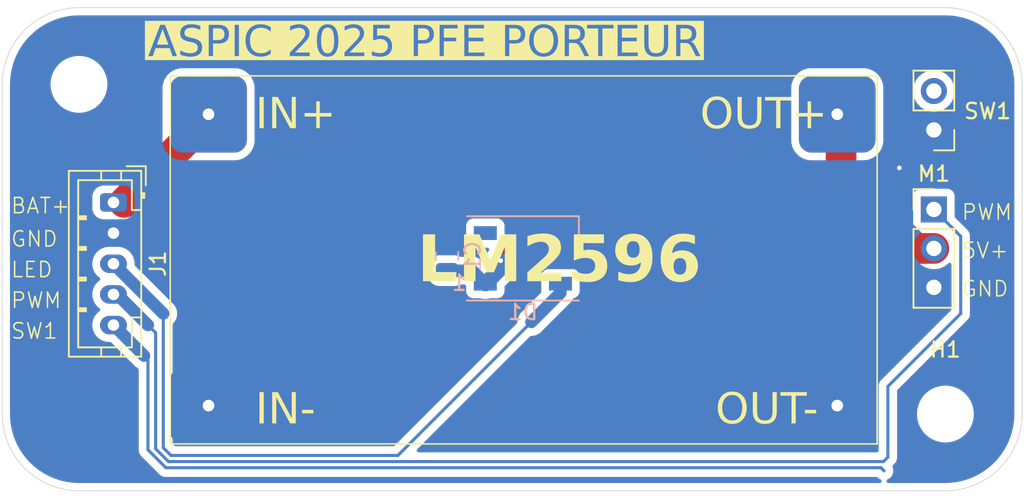
<source format=kicad_pcb>
(kicad_pcb (version 20240108) (generator "pcbnew") (generator_version "8.0")
  (layers (0 "F.Cu" signal) (31 "B.Cu" signal) (34 "B.Paste" user) (35 "F.Paste" user) (36 "B.SilkS" user "B.Silkscreen") (37 "F.SilkS" user "F.Silkscreen") (38 "B.Mask" user) (39 "F.Mask" user) (44 "Edge.Cuts" user))
  (net 0 "")
  (net 1 "BAT+")
  (net 2 "PWM")
  (net 3 "LED")
  (net 4 "5V+")
  (net 6 "SW1")
  (net 7 "BUTTON")
  (net 8 "GND")
  (footprint "MountingHole:MountingHole_3.2mm_M3" (layer "F.Cu") (at 87.5 63)
    (property "Reference" "H2" (hide yes))
    (property "Value" "MountingHole")
    (pad "" np_thru_hole circle (at 0 0) (size 3.2 3.2) (drill 3.2) (layers "*.Cu" "*.Mask"))
  )
  (footprint "Connector_PinHeader_2.54mm:PinHeader_1x03_P2.54mm_Vertical" (layer "F.Cu") (at 143.25 71.16)
    (property "Reference" "M1" (at 0 -2.33 360) (layer "F.SilkS"))
    (property "Value" "Motor_Servo")
    (fp_line (start -1.33 -1.33) (end 0 -1.33) (stroke (width 0.12)) (layer "F.SilkS"))
    (fp_line (start -1.33 0) (end -1.33 -1.33) (stroke (width 0.12)) (layer "F.SilkS"))
    (fp_line (start -1.33 1.27) (end -1.33 6.41) (stroke (width 0.12)) (layer "F.SilkS"))
    (fp_line (start -1.33 1.27) (end 1.33 1.27) (stroke (width 0.12)) (layer "F.SilkS"))
    (fp_line (start -1.33 6.41) (end 1.33 6.41) (stroke (width 0.12)) (layer "F.SilkS"))
    (fp_line (start 1.33 1.27) (end 1.33 6.41) (stroke (width 0.12)) (layer "F.SilkS"))
    (pad "1" thru_hole rect (at 0 0) (size 1.7 1.7) (drill 1) (layers "*.Cu" "*.Mask") (net 2 "PWM"))
    (pad "2" thru_hole oval (at 0 2.54) (size 1.7 1.7) (drill 1) (layers "*.Cu" "*.Mask") (net 4 "5V+"))
    (pad "3" thru_hole oval (at 0 5.08) (size 1.7 1.7) (drill 1) (layers "*.Cu" "*.Mask") (net 8 "GND"))
  )
  (footprint "LM2596_DCDC:LM2596_DC_DC_MODULE" (layer "F.Cu") (at 94.95 63.95)
    (property "Reference" "DC1" (hide yes))
    (property "Value" "~")
    (fp_rect (start -1.5 -1.5) (end 44.6 22.5) (stroke (width 0.1)) (fill none) (layer "F.SilkS"))
    (fp_text user "IN+" (at 4.05 2.25 0) (layer "F.SilkS") (effects (font (size 2 2) (thickness 0.1)) (justify left bottom)))
    (fp_text user "IN-" (at 4.05 21.5 0) (layer "F.SilkS") (effects (font (size 2 2) (thickness 0.1)) (justify left bottom)))
    (fp_text user "LM2596" (at 14.6 12.4 0) (layer "F.SilkS") (effects (font (size 3 3) (thickness 0.2) (bold yes)) (justify left bottom)))
    (fp_text user "OUT-" (at 34.05 21.5 0) (layer "F.SilkS") (effects (font (size 2 2) (thickness 0.1)) (justify left bottom)))
    (fp_text user "OUT+" (at 33.05 2.25 0) (layer "F.SilkS") (effects (font (size 2 2) (thickness 0.1)) (justify left bottom)))
    (pad "0" thru_hole roundrect (at 1 1) (size 5 5) (drill oval 0.762) (layers "*.Cu" "*.Mask") (roundrect_rratio 0.1640419948) (net 1 "BAT+"))
    (pad "1" thru_hole roundrect (at 1 20) (size 5 5) (drill oval 0.762) (layers "*.Cu" "*.Mask") (roundrect_rratio 0.1640419948) (net 8 "GND"))
    (pad "2" thru_hole roundrect (at 42 1) (size 5 5) (drill oval 0.762) (layers "*.Cu" "*.Mask") (roundrect_rratio 0.1640419948) (net 4 "5V+"))
    (pad "3" thru_hole roundrect (at 42 20) (size 5 5) (drill oval 0.762) (layers "*.Cu" "*.Mask") (roundrect_rratio 0.1640419948) (net 8 "GND"))
  )
  (footprint "Connector_PinHeader_2.54mm:PinHeader_1x02_P2.54mm_Vertical" (layer "F.Cu") (at 143.25 65.975 180)
    (property "Reference" "SW1" (at -3.5 1.225 180) (layer "F.SilkS"))
    (property "Value" "SW_Push")
    (fp_line (start 1.33 1.27) (end 1.33 3.87) (stroke (width 0.12)) (layer "F.SilkS"))
    (fp_line (start -1.33 3.87) (end 1.33 3.87) (stroke (width 0.12)) (layer "F.SilkS"))
    (fp_line (start -1.33 1.27) (end 1.33 1.27) (stroke (width 0.12)) (layer "F.SilkS"))
    (fp_line (start -1.33 1.27) (end -1.33 3.87) (stroke (width 0.12)) (layer "F.SilkS"))
    (fp_line (start -1.33 0) (end -1.33 -1.33) (stroke (width 0.12)) (layer "F.SilkS"))
    (fp_line (start -1.33 -1.33) (end 0 -1.33) (stroke (width 0.12)) (layer "F.SilkS"))
    (pad "1" thru_hole rect (at 0 0 180) (size 1.7 1.7) (drill 1) (layers "*.Cu" "*.Mask") (net 8 "GND"))
    (pad "2" thru_hole oval (at 0 2.54 180) (size 1.7 1.7) (drill 1) (layers "*.Cu" "*.Mask") (net 7 "BUTTON"))
  )
  (footprint "Connector_JST:JST_PH_B5B-PH-K_1x05_P2.00mm_Vertical" (layer "F.Cu") (at 89.75 70.7 -90)
    (property "Reference" "J1" (at 4 -2.9 90) (layer "F.SilkS"))
    (property "Value" "Conn_01x05_Pin")
    (fp_line (start -2.06 2.91) (end 10.06 2.91) (stroke (width 0.12)) (layer "F.SilkS"))
    (fp_line (start 10.06 2.91) (end 10.06 -1.81) (stroke (width 0.12)) (layer "F.SilkS"))
    (fp_line (start -1.45 2.3) (end 9.45 2.3) (stroke (width 0.12)) (layer "F.SilkS"))
    (fp_line (start 0.9 2.3) (end 0.9 1.8) (stroke (width 0.12)) (layer "F.SilkS"))
    (fp_line (start 1 2.3) (end 1 1.8) (stroke (width 0.12)) (layer "F.SilkS"))
    (fp_line (start 2.9 2.3) (end 2.9 1.8) (stroke (width 0.12)) (layer "F.SilkS"))
    (fp_line (start 3 2.3) (end 3 1.8) (stroke (width 0.12)) (layer "F.SilkS"))
    (fp_line (start 4.9 2.3) (end 4.9 1.8) (stroke (width 0.12)) (layer "F.SilkS"))
    (fp_line (start 5 2.3) (end 5 1.8) (stroke (width 0.12)) (layer "F.SilkS"))
    (fp_line (start 6.9 2.3) (end 6.9 1.8) (stroke (width 0.12)) (layer "F.SilkS"))
    (fp_line (start 7 2.3) (end 7 1.8) (stroke (width 0.12)) (layer "F.SilkS"))
    (fp_line (start 9.45 2.3) (end 9.45 -1.2) (stroke (width 0.12)) (layer "F.SilkS"))
    (fp_line (start 0.9 1.8) (end 1.1 1.8) (stroke (width 0.12)) (layer "F.SilkS"))
    (fp_line (start 1.1 1.8) (end 1.1 2.3) (stroke (width 0.12)) (layer "F.SilkS"))
    (fp_line (start 2.9 1.8) (end 3.1 1.8) (stroke (width 0.12)) (layer "F.SilkS"))
    (fp_line (start 3.1 1.8) (end 3.1 2.3) (stroke (width 0.12)) (layer "F.SilkS"))
    (fp_line (start 4.9 1.8) (end 5.1 1.8) (stroke (width 0.12)) (layer "F.SilkS"))
    (fp_line (start 5.1 1.8) (end 5.1 2.3) (stroke (width 0.12)) (layer "F.SilkS"))
    (fp_line (start 6.9 1.8) (end 7.1 1.8) (stroke (width 0.12)) (layer "F.SilkS"))
    (fp_line (start 7.1 1.8) (end 7.1 2.3) (stroke (width 0.12)) (layer "F.SilkS"))
    (fp_line (start -2.06 0.8) (end -1.45 0.8) (stroke (width 0.12)) (layer "F.SilkS"))
    (fp_line (start 10.06 0.8) (end 9.45 0.8) (stroke (width 0.12)) (layer "F.SilkS"))
    (fp_line (start -2.06 -0.5) (end -1.45 -0.5) (stroke (width 0.12)) (layer "F.SilkS"))
    (fp_line (start 10.06 -0.5) (end 9.45 -0.5) (stroke (width 0.12)) (layer "F.SilkS"))
    (fp_line (start -1.45 -1.2) (end -1.45 2.3) (stroke (width 0.12)) (layer "F.SilkS"))
    (fp_line (start 0.5 -1.2) (end -1.45 -1.2) (stroke (width 0.12)) (layer "F.SilkS"))
    (fp_line (start 7.5 -1.2) (end 7.5 -1.81) (stroke (width 0.12)) (layer "F.SilkS"))
    (fp_line (start 9.45 -1.2) (end 7.5 -1.2) (stroke (width 0.12)) (layer "F.SilkS"))
    (fp_line (start -2.06 -1.81) (end -2.06 2.91) (stroke (width 0.12)) (layer "F.SilkS"))
    (fp_line (start -0.3 -1.81) (end -0.3 -2.01) (stroke (width 0.12)) (layer "F.SilkS"))
    (fp_line (start 0.5 -1.81) (end 0.5 -1.2) (stroke (width 0.12)) (layer "F.SilkS"))
    (fp_line (start 10.06 -1.81) (end -2.06 -1.81) (stroke (width 0.12)) (layer "F.SilkS"))
    (fp_line (start -0.3 -1.91) (end -0.6 -1.91) (stroke (width 0.12)) (layer "F.SilkS"))
    (fp_line (start -0.6 -2.01) (end -0.6 -1.81) (stroke (width 0.12)) (layer "F.SilkS"))
    (fp_line (start -0.3 -2.01) (end -0.6 -2.01) (stroke (width 0.12)) (layer "F.SilkS"))
    (fp_line (start -2.36 -2.11) (end -2.36 -0.86) (stroke (width 0.12)) (layer "F.SilkS"))
    (fp_line (start -1.11 -2.11) (end -2.36 -2.11) (stroke (width 0.12)) (layer "F.SilkS"))
    (pad "1" thru_hole roundrect (at 0 0 270) (size 1.2 1.75) (drill 0.75) (layers "*.Cu" "*.Mask") (roundrect_rratio 0.208333) (net 1 "BAT+"))
    (pad "2" thru_hole oval (at 2 0 270) (size 1.2 1.75) (drill 0.75) (layers "*.Cu" "*.Mask") (net 8 "GND"))
    (pad "3" thru_hole oval (at 4 0 270) (size 1.2 1.75) (drill 0.75) (layers "*.Cu" "*.Mask") (net 3 "LED"))
    (pad "4" thru_hole oval (at 6 0 270) (size 1.2 1.75) (drill 0.75) (layers "*.Cu" "*.Mask") (net 2 "PWM"))
    (pad "5" thru_hole oval (at 8 0 270) (size 1.2 1.75) (drill 0.75) (layers "*.Cu" "*.Mask") (net 6 "SW1"))
  )
  (footprint "MountingHole:MountingHole_3.2mm_M3" (layer "F.Cu") (at 144 84.5)
    (property "Reference" "H1" (at 0 -4.2 0) (layer "F.SilkS"))
    (property "Value" "MountingHole")
    (pad "" np_thru_hole circle (at 0 0) (size 3.2 3.2) (drill 3.2) (layers "*.Cu" "*.Mask"))
  )
  (footprint "Capacitor_SMD:C_0805_2012Metric" (layer "B.Cu") (at 111.5 74.2 90)
    (property "Reference" "C1" (at 0 1.68 90) (layer "B.SilkS") (effects (justify mirror)))
    (property "Value" "1uf")
    (fp_line (start 0.261252 -0.735) (end -0.261252 -0.735) (stroke (width 0.12)) (layer "B.SilkS"))
    (fp_line (start 0.261252 0.735) (end -0.261252 0.735) (stroke (width 0.12)) (layer "B.SilkS"))
    (pad "1" smd roundrect (at -0.95 0 90) (size 1 1.45) (layers "B.Cu" "B.Paste" "B.Mask") (net 4 "5V+"))
    (pad "2" smd roundrect (at 0.95 0 90) (size 1 1.45) (layers "B.Cu" "B.Paste" "B.Mask") (net 8 "GND"))
  )
  (footprint "LED_SMD:LED_WS2812B_PLCC4_5.0x5.0mm_P3.2mm" (layer "B.Cu") (at 116.45 74.35)
    (property "Reference" "D1" (at 0 3.5 0) (layer "B.SilkS") (effects (justify mirror)))
    (property "Value" "WS2812B")
    (fp_line (start 3.65 -2.75) (end -3.65 -2.75) (stroke (width 0.12)) (layer "B.SilkS"))
    (fp_line (start 3.65 -1.6) (end 3.65 -2.75) (stroke (width 0.12)) (layer "B.SilkS"))
    (fp_line (start 3.65 2.75) (end -3.65 2.75) (stroke (width 0.12)) (layer "B.SilkS"))
    (fp_text user "1" (at -4.15 1.6 0) (layer "B.SilkS") (effects (justify mirror)))
    (pad "1" smd rect (at -2.45 1.65) (size 1.5 0.9) (layers "B.Cu" "B.Paste" "B.Mask") (net 4 "5V+"))
    (pad "2" smd rect (at -2.45 -1.65) (size 1.5 0.9) (layers "B.Cu" "B.Paste" "B.Mask"))
    (pad "3" smd rect (at 2.45 -1.65) (size 1.5 0.9) (layers "B.Cu" "B.Paste" "B.Mask") (net 8 "GND"))
    (pad "4" smd rect (at 2.45 1.65) (size 1.5 0.9) (layers "B.Cu" "B.Paste" "B.Mask") (net 3 "LED"))
  )
  (gr_arc (start 149 84.5) (mid 147.535534 88.035534) (end 144 89.5) (stroke (width 0.05)) (layer "Edge.Cuts"))
  (gr_arc (start 144 58) (mid 147.535534 59.464466) (end 149 63) (stroke (width 0.05)) (layer "Edge.Cuts"))
  (gr_line (start 82.5 63) (end 82.5 84.5) (stroke (width 0.05)) (layer "Edge.Cuts"))
  (gr_line (start 87.5 58) (end 144 58) (stroke (width 0.05)) (layer "Edge.Cuts"))
  (gr_line (start 144 89.5) (end 87.5 89.5) (stroke (width 0.05)) (layer "Edge.Cuts"))
  (gr_arc (start 87.5 89.5) (mid 83.964466 88.035534) (end 82.5 84.5) (stroke (width 0.05)) (layer "Edge.Cuts"))
  (gr_arc (start 82.5 63) (mid 83.964466 59.464466) (end 87.5 58) (stroke (width 0.05)) (layer "Edge.Cuts"))
  (gr_line (start 149 84.5) (end 149 63) (stroke (width 0.05)) (layer "Edge.Cuts"))
  (gr_text "LED\n" (at 83 74.5 0) (layer "F.SilkS") (effects (font (size 1 1) (thickness 0.1)) (justify left top)))
  (gr_text "5V+\n" (at 145 73.25 0) (layer "F.SilkS") (effects (font (size 1 1) (thickness 0.1)) (justify left top)))
  (gr_text "GND\n\n" (at 83 72.5 0) (layer "F.SilkS") (effects (font (size 1 1) (thickness 0.1)) (justify left top)))
  (gr_text "PWM" (at 145 70.75 0) (layer "F.SilkS") (effects (font (size 1 1) (thickness 0.1)) (justify left top)))
  (gr_text "GND\n" (at 145 75.75 0) (layer "F.SilkS") (effects (font (size 1 1) (thickness 0.1)) (justify left top)))
  (gr_text "SW1\n\n" (at 83 78.5 0) (layer "F.SilkS") (effects (font (size 1 1) (thickness 0.1)) (justify left top)))
  (gr_text "ASPIC 2025 PFE PORTEUR" (at 92 61.5 0) (layer "F.SilkS" knockout) (effects (font (size 2 2)) (justify left bottom)))
  (gr_text "BAT+\n" (at 83 71.5 0) (layer "F.SilkS") (effects (font (size 1 1) (thickness 0.1)) (justify left bottom)))
  (gr_text "PWM\n" (at 83 76.5 0) (layer "F.SilkS") (effects (font (size 1 1) (thickness 0.1)) (justify left top)))
  (segment (start 89.75 70.7) (end 90.45 70.7) (width 1) (layer "F.Cu") (net 1))
  (segment (start 90.45 70.7) (end 96.2 64.95) (width 2) (layer "F.Cu") (net 1))
  (segment (start 139.965686 87.6) (end 140.25 87.315686) (width 0.2) (layer "B.Cu") (net 2))
  (segment (start 92.5 79.2) (end 92.5 86.765686) (width 0.2) (layer "B.Cu") (net 2))
  (segment (start 145 77.95) (end 145 72.91) (width 0.2) (layer "B.Cu") (net 2))
  (segment (start 92 78.95) (end 92.25 78.95) (width 0.2) (layer "B.Cu") (net 2))
  (segment (start 145 72.91) (end 143.25 71.16) (width 0.2) (layer "B.Cu") (net 2))
  (segment (start 92 78.7) (end 90 76.7) (width 0.8) (layer "B.Cu") (net 2))
  (segment (start 140.25 87.315686) (end 140.25 82.7) (width 0.2) (layer "B.Cu") (net 2))
  (segment (start 90 76.7) (end 89.75 76.7) (width 0.8) (layer "B.Cu") (net 2))
  (segment (start 140.25 82.7) (end 145 77.95) (width 0.2) (layer "B.Cu") (net 2))
  (segment (start 92.5 86.765686) (end 93.334314 87.6) (width 0.2) (layer "B.Cu") (net 2))
  (segment (start 92.25 78.95) (end 92.5 79.2) (width 0.2) (layer "B.Cu") (net 2))
  (segment (start 93.334314 87.6) (end 139.965686 87.6) (width 0.2) (layer "B.Cu") (net 2))
  (segment (start 93 86.7) (end 93.5 87.2) (width 0.2) (layer "B.Cu") (net 3))
  (segment (start 118.9 76.6) (end 117 78.5) (width 0.8) (layer "B.Cu") (net 3))
  (segment (start 89.75 74.7) (end 93 77.95) (width 0.8) (layer "B.Cu") (net 3))
  (segment (start 118.9 76) (end 118.9 76.6) (width 0.8) (layer "B.Cu") (net 3))
  (segment (start 108.3 87.2) (end 117 78.5) (width 0.2) (layer "B.Cu") (net 3))
  (segment (start 93 77.95) (end 93 86.7) (width 0.2) (layer "B.Cu") (net 3))
  (segment (start 93.5 87.2) (end 108.3 87.2) (width 0.2) (layer "B.Cu") (net 3))
  (segment (start 137.2 68.852081) (end 120.647919 68.852081) (width 1) (layer "F.Cu") (net 4))
  (segment (start 143.25 73.7) (end 142.047919 73.7) (width 2) (layer "F.Cu") (net 4))
  (segment (start 137.2 68.852081) (end 137.2 64.95) (width 2) (layer "F.Cu") (net 4))
  (segment (start 142.047919 73.7) (end 137.2 68.852081) (width 2) (layer "F.Cu") (net 4))
  (segment (start 120.647919 68.852081) (end 115 74.5) (width 1) (layer "F.Cu") (net 4))
  (via (at 115 74.5) (size 0.6) (drill 0.3) (layers "F.Cu" "B.Cu") (net 4))
  (segment (start 113.15 75.15) (end 114 76) (width 0.8) (layer "B.Cu") (net 4))
  (segment (start 115 75) (end 114 76) (width 1) (layer "B.Cu") (net 4))
  (segment (start 115 74.5) (end 115 75) (width 1) (layer "B.Cu") (net 4))
  (segment (start 111.5 75.15) (end 113.15 75.15) (width 0.8) (layer "B.Cu") (net 4))
  (segment (start 89.75 78.7) (end 91.75 80.7) (width 0.8) (layer "B.Cu") (net 6))
  (segment (start 92 80.95) (end 92 86.831371) (width 0.2) (layer "B.Cu") (net 6))
  (segment (start 93.168628 88) (end 139.8 88) (width 0.2) (layer "B.Cu") (net 6))
  (segment (start 139.8 88) (end 140 88.2) (width 0.2) (layer "B.Cu") (net 6))
  (segment (start 92.684315 87.515686) (end 93.168628 88) (width 0.2) (layer "B.Cu") (net 6))
  (segment (start 92 86.831371) (end 92.684315 87.515686) (width 0.2) (layer "B.Cu") (net 6))
  (segment (start 143.25 65.975) (end 143.25 66.2) (width 0.8) (layer "F.Cu") (net 8))
  (segment (start 143.25 66.2) (end 141 68.45) (width 0.8) (layer "F.Cu") (net 8))
  (segment (start 96.2 83.95) (end 96.2 83.75) (width 1) (layer "F.Cu") (net 8))
  (via (at 141 68.45) (size 0.6) (drill 0.3) (layers "F.Cu" "B.Cu") (net 8))
  (zone (net 8) (net_name "GND") (layer "B.Cu") (connect_pads yes (clearance 0.5)) (min_thickness 0.25) (fill yes (thermal_gap 0.5) (thermal_bridge_width 0.5) (smoothing chamfer) (radius 1))
    (polygon (pts (xy 82.5 57.5) (xy 149 57.5) (xy 149 90) (xy 82.5 90)))
  )
)
</source>
